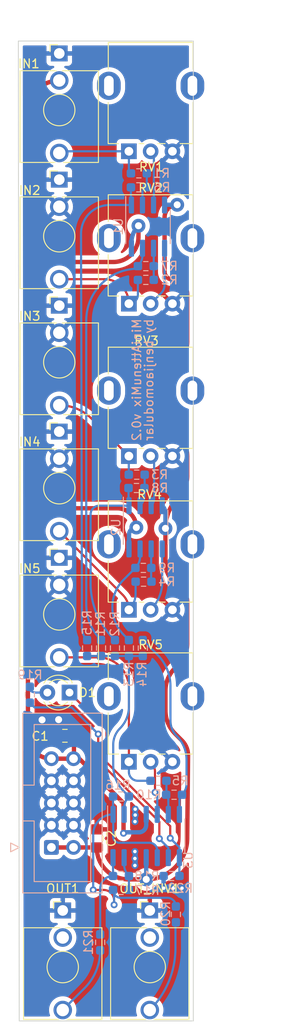
<source format=kicad_pcb>
(kicad_pcb (version 20211014) (generator pcbnew)
  (title_block (title "MiniAttenuMix") (rev "v0.2") (company "benjiaomodular"))
  (layers (0 "F.Cu" signal) (31 "B.Cu" signal) (34 "B.Paste" user) (35 "F.Paste" user) (36 "B.SilkS" user "B.Silkscreen") (37 "F.SilkS" user "F.Silkscreen") (38 "B.Mask" user) (39 "F.Mask" user) (44 "Edge.Cuts" user))
  (net 0 "")
  (net 1 "POS_12V")
  (net 2 "GND")
  (net 3 "NEG_12V")
  (net 4 "Net-(D1-Pad2)")
  (net 5 "Net-(IN1-PadT)")
  (net 6 "Net-(IN2-PadT)")
  (net 7 "Net-(IN3-PadT)")
  (net 8 "Net-(IN4-PadT)")
  (net 10 "Net-(OUT1-PadT)")
  (net 12 "Net-(OUT_INV1-PadT)")
  (net 13 "Net-(R1-Pad2)")
  (net 14 "Net-(R2-Pad2)")
  (net 15 "Net-(R3-Pad2)")
  (net 16 "Net-(R4-Pad2)")
  (net 17 "Net-(R12-Pad1)")
  (net 18 "Net-(R16-Pad2)")
  (net 19 "Net-(RV1-Pad2)")
  (net 20 "Net-(RV2-Pad2)")
  (net 21 "Net-(RV3-Pad2)")
  (net 22 "Net-(RV4-Pad2)")
  (net 23 "Net-(IN5-PadT)")
  (net 24 "Net-(R15-Pad1)")
  (net 25 "Net-(R11-Pad1)")
  (net 26 "Net-(R13-Pad1)")
  (net 27 "Net-(R11-Pad2)")
  (net 28 "Net-(R17-Pad2)")
  (net 29 "Net-(R18-Pad2)")
  (net 30 "Net-(R10-Pad1)")
  (net 31 "Net-(R10-Pad2)")
  (net 32 "Net-(RV5-Pad2)")
  (net 33 "Net-(D1-Pad1)")
  (net 34 "Net-(R19-Pad2)")
  (footprint "benjiaomodular:Potentiometer_RV09" (layer "F.Cu") (at 152.6 103.125 90)
    (fp_text reference "RV4" (at 13.2 2.375 180) (layer "F.SilkS"))
    (fp_text value "B10k")
    (pad "" thru_hole oval locked (at 7.5 7.3 180) (size 2.72 3.24) (drill oval 1.1 2.3) (layers *.Cu *.Mask))
    (pad "" thru_hole oval locked (at 7.5 -2.3 180) (size 2.72 3.24) (drill oval 1.1 2.3) (layers *.Cu *.Mask))
    (pad "1" thru_hole rect locked (at 0 0 180) (size 1.8 1.8) (drill 1) (layers *.Cu *.Mask) (net 8 "Net-(IN4-PadT)"))
    (pad "2" thru_hole circle locked (at 0 2.5 180) (size 1.8 1.8) (drill 1) (layers *.Cu *.Mask) (net 22 "Net-(RV4-Pad2)"))
    (pad "3" thru_hole circle locked (at 0 5 180) (size 1.8 1.8) (drill 1) (layers *.Cu *.Mask) (net 2 "GND"))
  )
  (footprint "benjiaomodular:AudioJack_3.5mm" (layer "F.Cu") (at 155 137.55)
    (fp_text reference "OUT_INV1" (at 0 -2.5) (layer "F.SilkS"))
    (fp_text value "PJ-3001F" hide)
    (pad "S" thru_hole rect locked (at 0 0 180) (size 1.93 1.83) (drill 1.22) (layers *.Cu *.Mask) (net 2 "GND"))
    (pad "T" thru_hole circle locked (at 0 11.4 180) (size 2.13 2.13) (drill 1.43) (layers *.Cu *.Mask) (net 12 "Net-(OUT_INV1-PadT)"))
    (pad "TN" thru_hole circle locked (at 0 3.1 180) (size 2.13 2.13) (drill 1.42) (layers *.Cu *.Mask))
  )
  (footprint "LED_THT:LED_D3.0mm" (layer "F.Cu") (at 145.775 112.6 180)
    (fp_text reference "D1" (at -2.075 0) (layer "F.SilkS"))
    (fp_text value "LED_Dual_Bidirectional" hide)
    (pad "1" thru_hole rect (at 0 0 180) (size 1.8 1.8) (drill 0.9) (layers *.Cu *.Mask) (net 33 "Net-(D1-Pad1)"))
    (pad "2" thru_hole circle (at 2.54 0 180) (size 1.8 1.8) (drill 0.9) (layers *.Cu *.Mask) (net 4 "Net-(D1-Pad2)"))
  )
  (footprint "benjiaomodular:AudioJack_3.5mm" (layer "F.Cu") (at 144.6 53.87)
    (fp_text reference "IN2" (at -3.4 1.23) (layer "F.SilkS"))
    (fp_text value "PJ-3001F" hide)
    (pad "S" thru_hole rect locked (at 0 0 180) (size 1.93 1.83) (drill 1.22) (layers *.Cu *.Mask) (net 2 "GND"))
    (pad "T" thru_hole circle locked (at 0 11.4 180) (size 2.13 2.13) (drill 1.43) (layers *.Cu *.Mask) (net 6 "Net-(IN2-PadT)"))
    (pad "TN" thru_hole circle locked (at 0 3.1 180) (size 2.13 2.13) (drill 1.42) (layers *.Cu *.Mask) (net 2 "GND"))
  )
  (footprint "Capacitor_SMD:C_0805_2012Metric_Pad1.18x1.45mm_HandSolder" (layer "F.Cu") (at 145.25 117.55 180)
    (fp_text reference "C1" (at 2.85 -0.05) (layer "F.SilkS"))
    (fp_text value "22uF")
    (pad "1" smd roundrect (at -1.0375 0 180) (size 1.175 1.45) (layers "F.Cu" "F.Paste" "F.Mask") (roundrect_rratio 0.2127659574) (net 1 "POS_12V"))
    (pad "2" smd roundrect (at 1.0375 0 180) (size 1.175 1.45) (layers "F.Cu" "F.Paste" "F.Mask") (roundrect_rratio 0.2127659574) (net 2 "GND"))
  )
  (footprint "benjiaomodular:Potentiometer_RV09" (layer "F.Cu") (at 152.6 50.625 90)
    (fp_text reference "RV1" (at -1.8 2.575 180) (layer "F.SilkS"))
    (fp_text value "B10k")
    (pad "" thru_hole oval locked (at 7.5 7.3 180) (size 2.72 3.24) (drill oval 1.1 2.3) (layers *.Cu *.Mask))
    (pad "" thru_hole oval locked (at 7.5 -2.3 180) (size 2.72 3.24) (drill oval 1.1 2.3) (layers *.Cu *.Mask))
    (pad "1" thru_hole rect locked (at 0 0 180) (size 1.8 1.8) (drill 1) (layers *.Cu *.Mask) (net 5 "Net-(IN1-PadT)"))
    (pad "2" thru_hole circle locked (at 0 2.5 180) (size 1.8 1.8) (drill 1) (layers *.Cu *.Mask) (net 19 "Net-(RV1-Pad2)"))
    (pad "3" thru_hole circle locked (at 0 5 180) (size 1.8 1.8) (drill 1) (layers *.Cu *.Mask) (net 2 "GND"))
  )
  (footprint "benjiaomodular:Potentiometer_RV09" (layer "F.Cu") (at 152.6 85.525 90)
    (fp_text reference "RV3" (at 13.2 2.025 180) (layer "F.SilkS"))
    (fp_text value "B10k")
    (pad "" thru_hole oval locked (at 7.5 7.3 180) (size 2.72 3.24) (drill oval 1.1 2.3) (layers *.Cu *.Mask))
    (pad "" thru_hole oval locked (at 7.5 -2.3 180) (size 2.72 3.24) (drill oval 1.1 2.3) (layers *.Cu *.Mask))
    (pad "1" thru_hole rect locked (at 0 0 180) (size 1.8 1.8) (drill 1) (layers *.Cu *.Mask) (net 7 "Net-(IN3-PadT)"))
    (pad "2" thru_hole circle locked (at 0 2.5 180) (size 1.8 1.8) (drill 1) (layers *.Cu *.Mask) (net 21 "Net-(RV3-Pad2)"))
    (pad "3" thru_hole circle locked (at 0 5 180) (size 1.8 1.8) (drill 1) (layers *.Cu *.Mask) (net 2 "GND"))
  )
  (footprint "Capacitor_SMD:C_0805_2012Metric_Pad1.18x1.45mm_HandSolder" (layer "F.Cu") (at 148.9 129.3 -90)
    (fp_text reference "C2" (at 0 -1.68 90) (layer "F.SilkS"))
    (fp_text value "22uF")
    (pad "1" smd roundrect (at -1.0375 0 270) (size 1.175 1.45) (layers "F.Cu" "F.Paste" "F.Mask") (roundrect_rratio 0.2127659574) (net 2 "GND"))
    (pad "2" smd roundrect (at 1.0375 0 270) (size 1.175 1.45) (layers "F.Cu" "F.Paste" "F.Mask") (roundrect_rratio 0.2127659574) (net 3 "NEG_12V"))
  )
  (footprint "benjiaomodular:Potentiometer_RV09" (layer "F.Cu") (at 152.6 68.0728 90)
    (fp_text reference "RV2" (at 13.2478 2.5 180) (layer "F.SilkS"))
    (fp_text value "B10k")
    (pad "" thru_hole oval locked (at 7.5 7.3 180) (size 2.72 3.24) (drill oval 1.1 2.3) (layers *.Cu *.Mask))
    (pad "" thru_hole oval locked (at 7.5 -2.3 180) (size 2.72 3.24) (drill oval 1.1 2.3) (layers *.Cu *.Mask))
    (pad "1" thru_hole rect locked (at 0 0 180) (size 1.8 1.8) (drill 1) (layers *.Cu *.Mask) (net 6 "Net-(IN2-PadT)"))
    (pad "2" thru_hole circle locked (at 0 2.5 180) (size 1.8 1.8) (drill 1) (layers *.Cu *.Mask) (net 20 "Net-(RV2-Pad2)"))
    (pad "3" thru_hole circle locked (at 0 5 180) (size 1.8 1.8) (drill 1) (layers *.Cu *.Mask) (net 2 "GND"))
  )
  (footprint "benjiaomodular:AudioJack_3.5mm" (layer "F.Cu") (at 145 137.55)
    (fp_text reference "OUT1" (at 0 -2.5) (layer "F.SilkS"))
    (fp_text value "PJ-3001F" hide)
    (pad "S" thru_hole rect locked (at 0 0 180) (size 1.93 1.83) (drill 1.22) (layers *.Cu *.Mask) (net 2 "GND"))
    (pad "T" thru_hole circle locked (at 0 11.4 180) (size 2.13 2.13) (drill 1.43) (layers *.Cu *.Mask) (net 10 "Net-(OUT1-PadT)"))
    (pad "TN" thru_hole circle locked (at 0 3.1 180) (size 2.13 2.13) (drill 1.42) (layers *.Cu *.Mask))
  )
  (footprint "benjiaomodular:AudioJack_3.5mm" (layer "F.Cu") (at 144.6 68.3)
    (fp_text reference "IN3" (at -3.4 1.2) (layer "F.SilkS"))
    (fp_text value "PJ-3001F" hide)
    (pad "S" thru_hole rect locked (at 0 0 180) (size 1.93 1.83) (drill 1.22) (layers *.Cu *.Mask) (net 2 "GND"))
    (pad "T" thru_hole circle locked (at 0 11.4 180) (size 2.13 2.13) (drill 1.43) (layers *.Cu *.Mask) (net 7 "Net-(IN3-PadT)"))
    (pad "TN" thru_hole circle locked (at 0 3.1 180) (size 2.13 2.13) (drill 1.42) (layers *.Cu *.Mask) (net 2 "GND"))
  )
  (footprint "benjiaomodular:AudioJack_3.5mm" (layer "F.Cu") (at 144.6 82.72)
    (fp_text reference "IN4" (at -3.4 1.18) (layer "F.SilkS"))
    (fp_text value "PJ-3001F" hide)
    (pad "S" thru_hole rect locked (at 0 0 180) (size 1.93 1.83) (drill 1.22) (layers *.Cu *.Mask) (net 2 "GND"))
    (pad "T" thru_hole circle locked (at 0 11.4 180) (size 2.13 2.13) (drill 1.43) (layers *.Cu *.Mask) (net 8 "Net-(IN4-PadT)"))
    (pad "TN" thru_hole circle locked (at 0 3.1 180) (size 2.13 2.13) (drill 1.42) (layers *.Cu *.Mask) (net 2 "GND"))
  )
  (footprint "benjiaomodular:AudioJack_3.5mm" (layer "F.Cu") (at 144.6 39.42)
    (fp_text reference "IN1" (at -3.5 1.18) (layer "F.SilkS"))
    (fp_text value "PJ-3001F" hide)
    (pad "S" thru_hole rect locked (at 0 0 180) (size 1.93 1.83) (drill 1.22) (layers *.Cu *.Mask) (net 2 "GND"))
    (pad "T" thru_hole circle locked (at 0 11.4 180) (size 2.13 2.13) (drill 1.43) (layers *.Cu *.Mask) (net 5 "Net-(IN1-PadT)"))
    (pad "TN" thru_hole circle locked (at 0 3.1 180) (size 2.13 2.13) (drill 1.42) (layers *.Cu *.Mask) (net 1 "POS_12V"))
  )
  (footprint "benjiaomodular:Potentiometer_RV09" (layer "F.Cu") (at 152.6 120.525 90)
    (fp_text reference "RV5" (at 13.4 2.5 180) (layer "F.SilkS"))
    (fp_text value "B10k")
    (pad "" thru_hole oval locked (at 7.5 7.3 180) (size 2.72 3.24) (drill oval 1.1 2.3) (layers *.Cu *.Mask))
    (pad "" thru_hole oval locked (at 7.5 -2.3 180) (size 2.72 3.24) (drill oval 1.1 2.3) (layers *.Cu *.Mask))
    (pad "1" thru_hole rect locked (at 0 0 180) (size 1.8 1.8) (drill 1) (layers *.Cu *.Mask) (net 23 "Net-(IN5-PadT)"))
    (pad "2" thru_hole circle locked (at 0 2.5 180) (size 1.8 1.8) (drill 1) (layers *.Cu *.Mask) (net 32 "Net-(RV5-Pad2)"))
    (pad "3" thru_hole circle locked (at 0 5 180) (size 1.8 1.8) (drill 1) (layers *.Cu *.Mask) (net 2 "GND"))
  )
  (footprint "benjiaomodular:AudioJack_3.5mm" (layer "F.Cu") (at 144.6 97.17)
    (fp_text reference "IN5" (at -3.4 1.23) (layer "F.SilkS"))
    (fp_text value "PJ-3001F" hide)
    (pad "S" thru_hole rect locked (at 0 0 180) (size 1.93 1.83) (drill 1.22) (layers *.Cu *.Mask) (net 2 "GND"))
    (pad "T" thru_hole circle locked (at 0 11.4 180) (size 2.13 2.13) (drill 1.43) (layers *.Cu *.Mask) (net 23 "Net-(IN5-PadT)"))
    (pad "TN" thru_hole circle locked (at 0 3.1 180) (size 2.13 2.13) (drill 1.42) (layers *.Cu *.Mask) (net 2 "GND"))
  )
  (footprint "Resistor_SMD:R_0603_1608Metric_Pad0.98x0.95mm_HandSolder" (layer "B.Cu") (at 151.69 124.5 180)
    (fp_text reference "R16" (at 0.34 1.3) (layer "B.SilkS") (effects (justify mirror)))
    (fp_text value "100k")
    (pad "1" smd roundrect (at -0.9125 0 180) (size 0.975 0.95) (layers "B.Cu" "B.Paste" "B.Mask") (net 27 "Net-(R11-Pad2)"))
    (pad "2" smd roundrect (at 0.9125 0 180) (size 0.975 0.95) (layers "B.Cu" "B.Paste" "B.Mask") (net 18 "Net-(R16-Pad2)"))
  )
  (footprint "Package_SO:SOIC-8_3.9x4.9mm_P1.27mm" (layer "B.Cu") (at 154.795 59.249076 -90)
    (fp_text reference "U1" (at 0 3.4 90) (layer "B.SilkS") (effects (justify mirror)))
    (fp_text value "TL072")
    (pad "1" smd roundrect (at -2.475 1.905 270) (size 1.95 0.6) (layers "B.Cu" "B.Paste" "B.Mask") (net 24 "Net-(R15-Pad1)"))
    (pad "2" smd roundrect (at -2.475 0.635 270) (size 1.95 0.6) (layers "B.Cu" "B.Paste" "B.Mask") (net 13 "Net-(R1-Pad2)"))
    (pad "3" smd roundrect (at -2.475 -0.635 270) (size 1.95 0.6) (layers "B.Cu" "B.Paste" "B.Mask") (net 19 "Net-(RV1-Pad2)"))
    (pad "4" smd roundrect (at -2.475 -1.905 270) (size 1.95 0.6) (layers "B.Cu" "B.Paste" "B.Mask") (net 3 "NEG_12V"))
    (pad "5" smd roundrect (at 2.475 -1.905 270) (size 1.95 0.6) (layers "B.Cu" "B.Paste" "B.Mask") (net 20 "Net-(RV2-Pad2)"))
    (pad "6" smd roundrect (at 2.475 -0.635 270) (size 1.95 0.6) (layers "B.Cu" "B.Paste" "B.Mask") (net 14 "Net-(R2-Pad2)"))
    (pad "7" smd roundrect (at 2.475 0.635 270) (size 1.95 0.6) (layers "B.Cu" "B.Paste" "B.Mask") (net 25 "Net-(R11-Pad1)"))
    (pad "8" smd roundrect (at 2.475 1.905 270) (size 1.95 0.6) (layers "B.Cu" "B.Paste" "B.Mask") (net 1 "POS_12V"))
  )
  (footprint "Resistor_SMD:R_0603_1608Metric_Pad0.98x0.95mm_HandSolder" (layer "B.Cu") (at 151.69 133.6 180)
    (fp_text reference "R18" (at -2.985 0) (layer "B.SilkS") (effects (justify mirror)))
    (fp_text value "100k")
    (pad "1" smd roundrect (at -0.9125 0 180) (size 0.975 0.95) (layers "B.Cu" "B.Paste" "B.Mask") (net 28 "Net-(R17-Pad2)"))
    (pad "2" smd roundrect (at 0.9125 0 180) (size 0.975 0.95) (layers "B.Cu" "B.Paste" "B.Mask") (net 29 "Net-(R18-Pad2)"))
  )
  (footprint "Resistor_SMD:R_0603_1608Metric_Pad0.98x0.95mm_HandSolder" (layer "B.Cu") (at 153.745 53.149076)
    (fp_text reference "R1" (at 2.6 0) (layer "B.SilkS") (effects (justify mirror)))
    (fp_text value "20k")
    (pad "1" smd roundrect (at -0.9125 0) (size 0.975 0.95) (layers "B.Cu" "B.Paste" "B.Mask") (net 5 "Net-(IN1-PadT)"))
    (pad "2" smd roundrect (at 0.9125 0) (size 0.975 0.95) (layers "B.Cu" "B.Paste" "B.Mask") (net 13 "Net-(R1-Pad2)"))
  )
  (footprint "Resistor_SMD:R_0603_1608Metric_Pad0.98x0.95mm_HandSolder" (layer "B.Cu") (at 149.4 107.5 -90)
    (fp_text reference "R11" (at -2.775 0.075 90) (layer "B.SilkS") (effects (justify mirror)))
    (fp_text value "100k")
    (pad "1" smd roundrect (at -0.9125 0 270) (size 0.975 0.95) (layers "B.Cu" "B.Paste" "B.Mask") (net 25 "Net-(R11-Pad1)"))
    (pad "2" smd roundrect (at 0.9125 0 270) (size 0.975 0.95) (layers "B.Cu" "B.Paste" "B.Mask") (net 27 "Net-(R11-Pad2)"))
  )
  (footprint "Resistor_SMD:R_0603_1608Metric_Pad0.98x0.95mm_HandSolder" (layer "B.Cu") (at 154.2599 98.3276 180)
    (fp_text reference "R9" (at -2.6875 0) (layer "B.SilkS") (effects (justify mirror)))
    (fp_text value "20k")
    (pad "1" smd roundrect (at -0.9125 0 180) (size 0.975 0.95) (layers "B.Cu" "B.Paste" "B.Mask") (net 16 "Net-(R4-Pad2)"))
    (pad "2" smd roundrect (at 0.9125 0 180) (size 0.975 0.95) (layers "B.Cu" "B.Paste" "B.Mask") (net 26 "Net-(R13-Pad1)"))
  )
  (footprint "Resistor_SMD:R_0603_1608Metric_Pad0.98x0.95mm_HandSolder" (layer "B.Cu") (at 154.2849 99.9026)
    (fp_text reference "R4" (at 2.675 0) (layer "B.SilkS") (effects (justify mirror)))
    (fp_text value "20k")
    (pad "1" smd roundrect (at -0.9125 0) (size 0.975 0.95) (layers "B.Cu" "B.Paste" "B.Mask") (net 8 "Net-(IN4-PadT)"))
    (pad "2" smd roundrect (at 0.9125 0) (size 0.975 0.95) (layers "B.Cu" "B.Paste" "B.Mask") (net 16 "Net-(R4-Pad2)"))
  )
  (footprint "Connector_IDC:IDC-Header_2x05_P2.54mm_Vertical" (layer "B.Cu") (at 143.6975 130.33)
    (fp_text reference "J1" hide)
    (fp_text value "IDC_2x05")
    (pad "1" thru_hole roundrect (at 0 0) (size 1.7 1.7) (drill 1) (layers *.Cu *.Mask) (roundrect_rratio 0.1470588235) (net 3 "NEG_12V"))
    (pad "2" thru_hole circle (at 2.54 0) (size 1.7 1.7) (drill 1) (layers *.Cu *.Mask) (net 3 "NEG_12V"))
    (pad "3" thru_hole circle (at 0 -2.54) (size 1.7 1.7) (drill 1) (layers *.Cu *.Mask) (net 2 "GND"))
    (pad "4" thru_hole circle (at 2.54 -2.54) (size 1.7 1.7) (drill 1) (layers *.Cu *.Mask) (net 2 "GND"))
    (pad "5" thru_hole circle (at 0 -5.08) (size 1.7 1.7) (drill 1) (layers *.Cu *.Mask) (net 2 "GND"))
    (pad "6" thru_hole circle (at 2.54 -5.08) (size 1.7 1.7) (drill 1) (layers *.Cu *.Mask) (net 2 "GND"))
    (pad "7" thru_hole circle (at 0 -7.62) (size 1.7 1.7) (drill 1) (layers *.Cu *.Mask) (net 2 "GND"))
    (pad "8" thru_hole circle (at 2.54 -7.62) (size 1.7 1.7) (drill 1) (layers *.Cu *.Mask) (net 2 "GND"))
    (pad "9" thru_hole circle (at 0 -10.16) (size 1.7 1.7) (drill 1) (layers *.Cu *.Mask) (net 1 "POS_12V"))
    (pad "10" thru_hole circle (at 2.54 -10.16) (size 1.7 1.7) (drill 1) (layers *.Cu *.Mask) (net 1 "POS_12V"))
  )
  (footprint "Resistor_SMD:R_0603_1608Metric_Pad0.98x0.95mm_HandSolder" (layer "B.Cu") (at 151.69 135.2)
    (fp_text reference "R17" (at 3 0.05) (layer "B.SilkS") (effects (justify mirror)))
    (fp_text value "100k")
    (pad "1" smd roundrect (at -0.9125 0) (size 0.975 0.95) (layers "B.Cu" "B.Paste" "B.Mask") (net 18 "Net-(R16-Pad2)"))
    (pad "2" smd roundrect (at 0.9125 0) (size 0.975 0.95) (layers "B.Cu" "B.Paste" "B.Mask") (net 28 "Net-(R17-Pad2)"))
  )
  (footprint "Resistor_SMD:R_0603_1608Metric_Pad0.98x0.95mm_HandSolder" (layer "B.Cu") (at 157.5 133.6 180)
    (fp_text reference "R22" (at -1.01 -1.41) (layer "B.SilkS") (effects (justify mirror)))
    (fp_text value "330")
    (pad "1" smd roundrect (at -0.9125 0 180) (size 0.975 0.95) (layers "B.Cu" "B.Paste" "B.Mask") (net 33 "Net-(D1-Pad1)"))
    (pad "2" smd roundrect (at 0.9125 0 180) (size 0.975 0.95) (layers "B.Cu" "B.Paste" "B.Mask") (net 2 "GND"))
  )
  (footprint "Resistor_SMD:R_0603_1608Metric_Pad0.98x0.95mm_HandSolder" (layer "B.Cu") (at 154.545 63.774076 180)
    (fp_text reference "R7" (at -2.7 0) (layer "B.SilkS") (effects (justify mirror)))
    (fp_text value "20k")
    (pad "1" smd roundrect (at -0.9125 0 180) (size 0.975 0.95) (layers "B.Cu" "B.Paste" "B.Mask") (net 14 "Net-(R2-Pad2)"))
    (pad "2" smd roundrect (at 0.9125 0 180) (size 0.975 0.95) (layers "B.Cu" "B.Paste" "B.Mask") (net 25 "Net-(R11-Pad1)"))
  )
  (footprint "Resistor_SMD:R_0603_1608Metric_Pad0.98x0.95mm_HandSolder" (layer "B.Cu") (at 152.6 107.5 -90)
    (fp_text reference "R13" (at 3 0 90) (layer "B.SilkS") (effects (justify mirror)))
    (fp_text value "100k")
    (pad "1" smd roundrect (at -0.9125 0 270) (size 0.975 0.95) (layers "B.Cu" "B.Paste" "B.Mask") (net 26 "Net-(R13-Pad1)"))
    (pad "2" smd roundrect (at 0.9125 0 270) (size 0.975 0.95) (layers "B.Cu" "B.Paste" "B.Mask") (net 27 "Net-(R11-Pad2)"))
  )
  (footprint "Resistor_SMD:R_0603_1608Metric_Pad0.98x0.95mm_HandSolder" (layer "B.Cu") (at 153.5 87.6526)
    (fp_text reference "R3" (at 2.625 0) (layer "B.SilkS") (effects (justify mirror)))
    (fp_text value "20k")
    (pad "1" smd roundrect (at -0.9125 0) (size 0.975 0.95) (layers "B.Cu" "B.Paste" "B.Mask") (net 7 "Net-(IN3-PadT)"))
    (pad "2" smd roundrect (at 0.9125 0) (size 0.975 0.95) (layers "B.Cu" "B.Paste" "B.Mask") (net 15 "Net-(R3-Pad2)"))
  )
  (footprint "Resistor_SMD:R_0603_1608Metric_Pad0.98x0.95mm_HandSolder" (layer "B.Cu") (at 157.79 124.3)
    (fp_text reference "R10" (at -2.89 0) (layer "B.SilkS") (effects (justify mirror)))
    (fp_text value "20k")
    (pad "1" smd roundrect (at -0.9125 0) (size 0.975 0.95) (layers "B.Cu" "B.Paste" "B.Mask") (net 30 "Net-(R10-Pad1)"))
    (pad "2" smd roundrect (at 0.9125 0) (size 0.975 0.95) (layers "B.Cu" "B.Paste" "B.Mask") (net 31 "Net-(R10-Pad2)"))
  )
  (footprint "Resistor_SMD:R_0603_1608Metric_Pad0.98x0.95mm_HandSolder" (layer "B.Cu") (at 149.3 141.2 -90)
    (fp_text reference "R21" (at 0 1.35 90) (layer "B.SilkS") (effects (justify mirror)))
    (fp_text value "1k")
    (pad "1" smd roundrect (at -0.9125 0 270) (size 0.975 0.95) (layers "B.Cu" "B.Paste" "B.Mask") (net 29 "Net-(R18-Pad2)"))
    (pad "2" smd roundrect (at 0.9125 0 270) (size 0.975 0.95) (layers "B.Cu" "B.Paste" "B.Mask") (net 10 "Net-(OUT1-PadT)"))
  )
  (footprint "Resistor_SMD:R_0603_1608Metric_Pad0.98x0.95mm_HandSolder" (layer "B.Cu") (at 153.745 54.749076 180)
    (fp_text reference "R6" (at -2.65 0) (layer "B.SilkS") (effects (justify mirror)))
    (fp_text value "20k")
    (pad "1" smd roundrect (at -0.9125 0 180) (size 0.975 0.95) (layers "B.Cu" "B.Paste" "B.Mask") (net 13 "Net-(R1-Pad2)"))
    (pad "2" smd roundrect (at 0.9125 0 180) (size 0.975 0.95) (layers "B.Cu" "B.Paste" "B.Mask") (net 24 "Net-(R15-Pad1)"))
  )
  (footprint "Resistor_SMD:R_0603_1608Metric_Pad0.98x0.95mm_HandSolder" (layer "B.Cu") (at 151 107.5 -90)
    (fp_text reference "R12" (at -2.775 0.025 90) (layer "B.SilkS") (effects (justify mirror)))
    (fp_text value "100k")
    (pad "1" smd roundrect (at -0.9125 0 270) (size 0.975 0.95) (layers "B.Cu" "B.Paste" "B.Mask") (net 17 "Net-(R12-Pad1)"))
    (pad "2" smd roundrect (at 0.9125 0 270) (size 0.975 0.95) (layers "B.Cu" "B.Paste" "B.Mask") (net 27 "Net-(R11-Pad2)"))
  )
  (footprint "Resistor_SMD:R_0603_1608Metric_Pad0.98x0.95mm_HandSolder" (layer "B.Cu") (at 153.4699 89.1776 180)
    (fp_text reference "R8" (at -2.675 0) (layer "B.SilkS") (effects (justify mirror)))
    (fp_text value "20k")
    (pad "1" smd roundrect (at -0.9125 0 180) (size 0.975 0.95) (layers "B.Cu" "B.Paste" "B.Mask") (net 15 "Net-(R3-Pad2)"))
    (pad "2" smd roundrect (at 0.9125 0 180) (size 0.975 0.95) (layers "B.Cu" "B.Paste" "B.Mask") (net 17 "Net-(R12-Pad1)"))
  )
  (footprint "Resistor_SMD:R_0603_1608Metric_Pad0.98x0.95mm_HandSolder" (layer "B.Cu") (at 154.2 107.5 -90)
    (fp_text reference "R14" (at 3 0.1 90) (layer "B.SilkS") (effects (justify mirror)))
    (fp_text value "100k")
    (pad "1" smd roundrect (at -0.9125 0 270) (size 0.975 0.95) (layers "B.Cu" "B.Paste" "B.Mask") (net 31 "Net-(R10-Pad2)"))
    (pad "2" smd roundrect (at 0.9125 0 270) (size 0.975 0.95) (layers "B.Cu" "B.Paste" "B.Mask") (net 27 "Net-(R11-Pad2)"))
  )
  (footprint "Resistor_SMD:R_0603_1608Metric_Pad0.98x0.95mm_HandSolder" (layer "B.Cu") (at 141.225 112.85 -90)
    (fp_text reference "R19" (at -2.275 0 180) (layer "B.SilkS") (effects (justify mirror)))
    (fp_text value "1k")
    (pad "1" smd roundrect (at -0.9125 0 270) (size 0.975 0.95) (layers "B.Cu" "B.Paste" "B.Mask") (net 4 "Net-(D1-Pad2)"))
    (pad "2" smd roundrect (at 0.9125 0 270) (size 0.975 0.95) (layers "B.Cu" "B.Paste" "B.Mask") (net 34 "Net-(R19-Pad2)"))
  )
  (footprint "Package_SO:SOIC-8_3.9x4.9mm_P1.27mm" (layer "B.Cu") (at 154.5199 93.6776 -90)
    (fp_text reference "U2" (at 0 3.4 90) (layer "B.SilkS") (effects (justify mirror)))
    (fp_text value "TL072")
    (pad "1" smd roundrect (at -2.475 1.905 270) (size 1.95 0.6) (layers "B.Cu" "B.Paste" "B.Mask") (net 17 "Net-(R12-Pad1)"))
    (pad "2" smd roundrect (at -2.475 0.635 270) (size 1.95 0.6) (layers "B.Cu" "B.Paste" "B.Mask") (net 15 "Net-(R3-Pad2)"))
    (pad "3" smd roundrect (at -2.475 -0.635 270) (size 1.95 0.6) (layers "B.Cu" "B.Paste" "B.Mask") (net 21 "Net-(RV3-Pad2)"))
    (pad "4" smd roundrect (at -2.475 -1.905 270) (size 1.95 0.6) (layers "B.Cu" "B.Paste" "B.Mask") (net 3 "NEG_12V"))
    (pad "5" smd roundrect (at 2.475 -1.905 270) (size 1.95 0.6) (layers "B.Cu" "B.Paste" "B.Mask") (net 22 "Net-(RV4-Pad2)"))
    (pad "6" smd roundrect (at 2.475 -0.635 270) (size 1.95 0.6) (layers "B.Cu" "B.Paste" "B.Mask") (net 16 "Net-(R4-Pad2)"))
    (pad "7" smd roundrect (at 2.475 0.635 270) (size 1.95 0.6) (layers "B.Cu" "B.Paste" "B.Mask") (net 26 "Net-(R13-Pad1)"))
    (pad "8" smd roundrect (at 2.475 1.905 270) (size 1.95 0.6) (layers "B.Cu" "B.Paste" "B.Mask") (net 1 "POS_12V"))
  )
  (footprint "Resistor_SMD:R_0603_1608Metric_Pad0.98x0.95mm_HandSolder" (layer "B.Cu") (at 158 138 -90)
    (fp_text reference "R20" (at -0.075 1.175 90) (layer "B.SilkS") (effects (justify mirror)))
    (fp_text value "1k")
    (pad "1" smd roundrect (at -0.9125 0 270) (size 0.975 0.95) (layers "B.Cu" "B.Paste" "B.Mask") (net 18 "Net-(R16-Pad2)"))
    (pad "2" smd roundrect (at 0.9125 0 270) (size 0.975 0.95) (layers "B.Cu" "B.Paste" "B.Mask") (net 12 "Net-(OUT_INV1-PadT)"))
  )
  (footprint "Package_SO:SOIC-14_3.9x8.7mm_P1.27mm" (layer "B.Cu") (at 154.59 129.025 -90)
    (fp_text reference "U3" (at 2.755 -4.84 90) (layer "B.SilkS") (effects (justify mirror)))
    (fp_text value "TL074")
    (pad "1" smd roundrect (at -2.475 3.81 270) (size 1.95 0.6) (layers "B.Cu" "B.Paste" "B.Mask") (net 18 "Net-(R16-Pad2)"))
    (pad "2" smd roundrect (at -2.475 2.54 270) (size 1.95 0.6) (layers "B.Cu" "B.Paste" "B.Mask") (net 27 "Net-(R11-Pad2)"))
    (pad "3" smd roundrect (at -2.475 1.27 270) (size 1.95 0.6) (layers "B.Cu" "B.Paste" "B.Mask") (net 2 "GND"))
    (pad "4" smd roundrect (at -2.475 0 270) (size 1.95 0.6) (layers "B.Cu" "B.Paste" "B.Mask") (net 1 "POS_12V"))
    (pad "5" smd roundrect (at -2.475 -1.27 270) (size 1.95 0.6) (layers "B.Cu" "B.Paste" "B.Mask") (net 32 "Net-(RV5-Pad2)"))
    (pad "6" smd roundrect (at -2.475 -2.54 270) (size 1.95 0.6) (layers "B.Cu" "B.Paste" "B.Mask") (net 30 "Net-(R10-Pad1)"))
    (pad "7" smd roundrect (at -2.475 -3.81 270) (size 1.95 0.6) (layers "B.Cu" "B.Paste" "B.Mask") (net 31 "Net-(R10-Pad2)"))
    (pad "8" smd roundrect (at 2.475 -3.81 270) (size 1.95 0.6) (layers "B.Cu" "B.Paste" "B.Mask") (net 33 "Net-(D1-Pad1)"))
    (pad "9" smd roundrect (at 2.475 -2.54 270) (size 1.95 0.6) (layers "B.Cu" "B.Paste" "B.Mask") (net 34 "Net-(R19-Pad2)"))
    (pad "10" smd roundrect (at 2.475 -1.27 270) (size 1.95 0.6) (layers "B.Cu" "B.Paste" "B.Mask") (net 18 "Net-(R16-Pad2)"))
    (pad "11" smd roundrect (at 2.475 0 270) (size 1.95 0.6) (layers "B.Cu" "B.Paste" "B.Mask") (net 3 "NEG_12V"))
    (pad "12" smd roundrect (at 2.475 1.27 270) (size 1.95 0.6) (layers "B.Cu" "B.Paste" "B.Mask") (net 2 "GND"))
    (pad "13" smd roundrect (at 2.475 2.54 270) (size 1.95 0.6) (layers "B.Cu" "B.Paste" "B.Mask") (net 28 "Net-(R17-Pad2)"))
    (pad "14" smd roundrect (at 2.475 3.81 270) (size 1.95 0.6) (layers "B.Cu" "B.Paste" "B.Mask") (net 29 "Net-(R18-Pad2)"))
  )
  (footprint "Resistor_SMD:R_0603_1608Metric_Pad0.98x0.95mm_HandSolder" (layer "B.Cu") (at 147.8 107.5 -90)
    (fp_text reference "R15" (at -2.9 0 90) (layer "B.SilkS") (effects (justify mirror)))
    (fp_text value "100k")
    (pad "1" smd roundrect (at -0.9125 0 270) (size 0.975 0.95) (layers "B.Cu" "B.Paste" "B.Mask") (net 24 "Net-(R15-Pad1)"))
    (pad "2" smd roundrect (at 0.9125 0 270) (size 0.975 0.95) (layers "B.Cu" "B.Paste" "B.Mask") (net 27 "Net-(R11-Pad2)"))
  )
  (footprint "Resistor_SMD:R_0603_1608Metric_Pad0.98x0.95mm_HandSolder" (layer "B.Cu") (at 154.545 65.349076)
    (fp_text reference "R2" (at 2.7 0) (layer "B.SilkS") (effects (justify mirror)))
    (fp_text value "20k")
    (pad "1" smd roundrect (at -0.9125 0) (size 0.975 0.95) (layers "B.Cu" "B.Paste" "B.Mask") (net 6 "Net-(IN2-PadT)"))
    (pad "2" smd roundrect (at 0.9125 0) (size 0.975 0.95) (layers "B.Cu" "B.Paste" "B.Mask") (net 14 "Net-(R2-Pad2)"))
  )
  (footprint "Resistor_SMD:R_0603_1608Metric_Pad0.98x0.95mm_HandSolder" (layer "B.Cu") (at 156 122.7)
    (fp_text reference "R5" (at 2.5 0) (layer "B.SilkS") (effects (justify mirror)))
    (fp_text value "20k")
    (pad "1" smd roundrect (at -0.9125 0) (size 0.975 0.95) (layers "B.Cu" "B.Paste" "B.Mask") (net 23 "Net-(IN5-PadT)"))
    (pad "2" smd roundrect (at 0.9125 0) (size 0.975 0.95) (layers "B.Cu" "B.Paste" "B.Mask") (net 30 "Net-(R10-Pad1)"))
  )
  (gr_line (start 139.9 38) (end 140 150.2) (layer "Edge.Cuts") (width 0.1))
  (gr_line (start 160 150.2) (end 160 38) (layer "Edge.Cuts") (width 0.1))
  (gr_line (start 140 150.2) (end 160 150.2) (layer "Edge.Cuts") (width 0.1))
  (gr_line (start 139.9 38) (end 160 38) (layer "Edge.Cuts") (width 0.1))
  (gr_text "MiniAttenuMix v0.2" (at 153.5 76.8 90) (layer "B.SilkS") (effects (font (size 1 1)) (justify mirror)))
  (gr_text "by benjiaomodular" (at 154.9 76.8 90) (layer "B.SilkS") (effects (font (size 1 1)) (justify mirror)))
  (segment (start 146.895639 120.17) (end 151.983069 125.25743) (width 0.5) (layer "F.Cu") (net 1))
  (segment (start 143.6 63.3) (end 150.816791 63.3) (width 0.5) (layer "F.Cu") (net 1))
  (segment (start 141 117.4725) (end 141 95.45) (width 0.5) (layer "F.Cu") (net 1))
  (segment (start 153.7 60.416791) (end 153.7 59.15) (width 0.5) (layer "F.Cu") (net 1))
  (segment (start 141 93.5) (end 141 94.4) (width 0.5) (layer "F.Cu") (net 1))
  (segment (start 146.2375 120.17) (end 146.895639 120.17) (width 0.5) (layer "F.Cu") (net 1))
  (segment (start 151.983069 125.25743) (end 151.983069 128.706931) (width 0.5) (layer "F.Cu") (net 1))
  (segment (start 141 95.45) (end 141 46.12) (width 0.5) (layer "F.Cu") (net 1))
  (segment (start 151.2549 91.5) (end 143 91.5) (width 0.5) (layer "F.Cu") (net 1))
  (segment (start 141 95.45) (end 141 94.4) (width 0.5) (layer "F.Cu") (net 1))
  (segment (start 146.2875 117.55) (end 146.2875 120.12) (width 0.5) (layer "F.Cu") (net 1))
  (segment (start 143.6975 120.17) (end 146.2375 120.17) (width 0.5) (layer "F.Cu") (net 1))
  (segment (start 141 65.5) (end 141 46.12) (width 0.5) (layer "F.Cu") (net 1))
  (segment (start 141 94.4) (end 141 66) (width 0.5) (layer "F.Cu") (net 1))
  (segment (start 141 66) (end 141 65.5) (width 0.5) (layer "F.Cu") (net 1))
  (segment (start 141 66) (end 141 65.9) (width 0.5) (layer "F.Cu") (net 1))
  (via (at 153.4549 93.7) (size 1.6) (drill 0.8) (layers "F.Cu" "B.Cu") (net 1))
  (via (at 153.7 59.15) (size 1.6) (drill 0.8) (layers "F.Cu" "B.Cu") (net 1))
  (via (at 151.983069 128.706931) (size 0.8) (drill 0.4) (layers "F.Cu" "B.Cu") (net 1))
  (arc (start 146.2875 120.12) (mid 146.272855 120.155355) (end 146.2375 120.17) (width 0.5) (layer "F.Cu") (net 1))
  (arc (start 143 91.5) (mid 141.585786 92.085786) (end 141 93.5) (width 0.5) (layer "F.Cu") (net 1))
  (arc (start 141 46.12) (mid 142.054416 43.574416) (end 144.6 42.52) (width 0.5) (layer "F.Cu") (net 1))
  (arc (start 153.4549 93.7) (mid 152.810535 92.144365) (end 151.2549 91.5) (width 0.5) (layer "F.Cu") (net 1))
  (arc (start 143.6975 120.17) (mid 141.790079 119.379921) (end 141 117.4725) (width 0.5) (layer "F.Cu") (net 1))
  (arc (start 141 65.9) (mid 141.761522 64.061522) (end 143.6 63.3) (width 0.5) (layer "F.Cu") (net 1))
  (arc (start 150.816791 63.3) (mid 152.855528 62.455528) (end 153.7 60.416791) (width 0.5) (layer "F.Cu") (net 1))
  (segment (start 152.6149 94.54) (end 152.6149 96.1526) (width 0.5) (layer "B.Cu") (net 1))
  (segment (start 152.091433 128.598567) (end 151.983069 128.706931) (width 0.5) (layer "B.Cu") (net 1))
  (segment (start 153.828084 128.598567) (end 152.091433 128.598567) (width 0.5) (layer "B.Cu") (net 1))
  (segment (start 154.59 126.55) (end 154.59 127.755) (width 0.5) (layer "B.Cu") (net 1))
  (segment (start 152.89 61.105512) (end 152.89 61.724076) (width 0.5) (layer "B.Cu") (net 1))
  (arc (start 154.59 127.755) (mid 154.371104 128.322467) (end 153.828084 128.598567) (width 0.5) (layer "B.Cu") (net 1))
  (arc (start 153.7 59.15) (mid 153.100512 60.047196) (end 152.89 61.105512) (width 0.5) (layer "B.Cu") (net 1))
  (arc (start 153.4549 93.7) (mid 152.86093 93.94603) (end 152.6149 94.54) (width 0.5) (layer "B.Cu") (net 1))
  (via (at 153.325 125.95) (size 0.8) (drill 0.4) (layers "F.Cu" "B.Cu") (net 2))
  (via (at 153.3 127.375) (size 0.8) (drill 0.4) (layers "F.Cu" "B.Cu") (net 2))
  (via (at 142.625 115.725) (size 1.6) (drill 0.8) (layers "F.Cu" "B.Cu") (net 2))
  (via (at 153.29 130.8) (size 0.8) (drill 0.4) (layers "F.Cu" "B.Cu") (net 2))
  (via (at 144.525 115.7) (size 1.6) (drill 0.8) (layers "F.Cu" "B.Cu") (net 2))
  (via (at 158.7 135) (size 0.8) (drill 0.4) (layers "F.Cu" "B.Cu") (net 2))
  (via (at 153.29 132.4) (size 0.8) (drill 0.4) (layers "F.Cu" "B.Cu") (net 2))
  (via (at 157.7 135) (size 0.8) (drill 0.4) (layers "F.Cu" "B.Cu") (net 2))
  (via (at 156.6 135) (size 0.8) (drill 0.4) (layers "F.Cu" "B.Cu") (net 2))
  (via (at 153.325 126.625) (size 0.8) (drill 0.4) (layers "F.Cu" "B.Cu") (net 2))
  (via (at 153.29 131.6) (size 0.8) (drill 0.4) (layers "F.Cu" "B.Cu") (net 2))
  (segment (start 159.3 67) (end 159.3 72.402944) (width 0.5) (layer "F.Cu") (net 3))
  (segment (start 156.7 58.195584) (end 156.7 64.4) (width 0.5) (layer "F.Cu") (net 3))
  (segment (start 159.3 85.597056) (end 159.3 87.785787) (width 0.5) (layer "F.Cu") (net 3))
  (segment (start 158.310051 109.38995) (end 158.2 109.5) (width 0.5) (layer "F.Cu") (net 3))
  (segment (start 148.9 130.3375) (end 143.705 130.3375) (width 0.5) (layer "F.Cu") (net 3))
  (segment (start 157.9 117.3) (end 158.692893 118.092893) (width 0.5) (layer "F.Cu") (net 3))
  (segment (start 152.5525 133.99) (end 154.59 133.99) (width 0.5) (layer "F.Cu") (net 3))
  (segment (start 159.4 119.8) (end 159.3 129.28) (width 0.5) (layer "F.Cu") (net 3))
  (segment (start 157.2 77.472792) (end 157.2 80.527208) (width 0.5) (layer "F.Cu") (net 3))
  (segment (start 156.8 93.82132) (end 156.8 97.7) (width 0.5) (layer "F.Cu") (net 3))
  (segment (start 158.2 109.5) (end 157.860661 109.839339) (width 0.5) (layer "F.Cu") (net 3))
  (segment (start 156.8 112.4) (end 156.8 114.644366) (width 0.5) (layer "F.Cu") (net 3))
  (segment (start 157.719239 99.919239) (end 158.805025 101.005026) (width 0.5) (layer "F.Cu") (net 3))
  (segment (start 159.3 102.2) (end 159.3 107) (width 0.5) (layer "F.Cu") (net 3))
  (via (at 158.147792 56.747792) (size 1.6) (drill 0.8) (layers "F.Cu" "B.Cu") (net 3))
  (via (at 154.59 133.99) (size 1.6) (drill 0.8) (layers "F.Cu" "B.Cu") (net 3))
  (via (at 156.8 93.8) (size 1.6) (drill 0.8) (layers "F.Cu" "B.Cu") (net 3))
  (arc (start 158.1 82.7) (mid 158.98813 84.029181) (end 159.3 85.597056) (width 0.5) (layer "F.Cu") (net 3))
  (arc (start 158.1 75.3) (mid 157.433902 76.296885) (end 157.2 77.472792) (width 0.5) (layer "F.Cu") (net 3))
  (arc (start 159.3 87.785787) (mid 159.040108 89.09235) (end 158.3 90.2) (width 0.5) (layer "F.Cu") (net 3))
  (arc (start 159.3 129.28) (mid 157.920473 132.610473) (end 154.59 133.99) (width 0.5) (layer "F.Cu") (net 3))
  (arc (start 159.3 107) (mid 159.042721 108.293431) (end 158.310051 109.38995) (width 0.5) (layer "F.Cu") (net 3))
  (arc (start 157.2 80.527208) (mid 157.433903 81.703114) (end 158.1 82.7) (width 0.5) (layer "F.Cu") (net 3))
  (arc (start 156.7 64.4) (mid 156.963604 65.036396) (end 157.6 65.3) (width 0.5) (layer "F.Cu") (net 3))
  (arc (start 148.9 130.3375) (mid 149.969792 132.920208) (end 152.5525 133.99) (width 0.5) (layer "F.Cu") (net 3))
  (arc (start 158.147792 56.747792) (mid 157.124048 57.17184) (end 156.7 58.195584) (width 0.5) (layer "F.Cu") (net 3))
  (arc (start 158.3 90.2) (mid 157.189837 91.861475) (end 156.8 93.82132) (width 0.5) (layer "F.Cu") (net 3))
  (arc (start 157.6 65.3) (mid 158.802082 65.797918) (end 159.3 67) (width 0.5) (layer "F.Cu") (net 3))
  (arc (start 156.8 114.644366) (mid 157.085881 116.081585) (end 157.9 117.3) (width 0.5) (layer "F.Cu") (net 3))
  (arc (start 158.805025 101.005026) (mid 159.17136 101.553285) (end 159.3 102.2) (width 0.5) (layer "F.Cu") (net 3))
  (arc (start 143.705 130.3375) (mid 143.699697 130.335303) (end 143.6975 130.33) (width 0.5) (layer "F.Cu") (net 3))
  (arc (start 159.3 72.402944) (mid 158.98813 73.970819) (end 158.1 75.3) (width 0.5) (layer "F.Cu") (net 3))
  (arc (start 157.860661 109.839339) (mid 157.075657 111.01418) (end 156.8 112.4) (width 0.5) (layer "F.Cu") (net 3))
  (arc (start 158.692893 118.092893) (mid 159.216229 118.87612) (end 159.4 119.8) (width 0.5) (layer "F.Cu") (net 3))
  (arc (start 156.8 97.7) (mid 157.038902 98.901044) (end 157.719239 99.919239) (width 0.5) (layer "F.Cu") (net 3))
  (segment (start 156.8 93.8) (end 156.8 92.108171) (width 0.5) (layer "B.Cu") (net 3))
  (segment (start 154.59 131.5) (end 154.59 133.99) (width 0.5) (layer "B.Cu") (net 3))
  (segment (start 158.147792 56.747792) (end 156.726284 56.747792) (width 0.5) (layer "B.Cu") (net 3))
  (arc (start 156.8 92.108171) (mid 156.702515 91.618079) (end 156.4249 91.2026) (width 0.5) (layer "B.Cu") (net 3))
  (arc (start 156.725 56.749076) (mid 156.707322 56.756398) (end 156.7 56.774076) (width 0.5) (layer "B.Cu") (net 3))
  (arc (start 156.726284 56.747792) (mid 156.707698 56.75549) (end 156.7 56.774076) (width 0.5) (layer "B.Cu") (net 3))
  (segment (start 143.235 112.6) (end 141.919086 112.6) (width 0.25) (layer "B.Cu") (net 4))
  (arc (start 141.919086 112.6) (mid 141.543449 112.525281) (end 141.225 112.3125) (width 0.25) (layer "B.Cu") (net 4))
  (segment (start 152.6 50.625) (end 152.6 52.916576) (width 0.25) (layer "B.Cu") (net 5))
  (segment (start 145.070771 50.625) (end 152.6 50.625) (width 0.25) (layer "B.Cu") (net 5))
  (arc (start 144.6 50.82) (mid 144.815991 50.675679) (end 145.070771 50.625) (width 0.25) (layer "B.Cu") (net 5))
  (arc (start 152.6 52.916576) (mid 152.668098 53.080978) (end 152.8325 53.149076) (width 0.25) (layer "B.Cu") (net 5))
  (segment (start 149.7972 65.27) (end 144.6 65.27) (width 0.25) (layer "F.Cu") (net 6))
  (arc (start 152.6 68.0728) (mid 151.779079 66.090921) (end 149.7972 65.27) (width 0.25) (layer "F.Cu") (net 6))
  (segment (start 153.6325 65.349076) (end 153.6325 67.0403) (width 0.25) (layer "B.Cu") (net 6))
  (arc (start 153.6325 67.0403) (mid 153.330088 67.770388) (end 152.6 68.0728) (width 0.25) (layer "B.Cu") (net 6))
  (segment (start 148.312957 81.237957) (end 152.6 85.525) (width 0.25) (layer "F.Cu") (net 7))
  (arc (start 144.6 79.7) (mid 146.609438 80.099702) (end 148.312957 81.237957) (width 0.25) (layer "F.Cu") (net 7))
  (segment (start 152.5875 87.6526) (end 152.5875 85.555177) (width 0.25) (layer "B.Cu") (net 7))
  (arc (start 152.5875 85.555177) (mid 152.590749 85.538846) (end 152.6 85.525) (width 0.25) (layer "B.Cu") (net 7))
  (segment (start 151.889358 101.409357) (end 144.6 94.12) (width 0.25) (layer "F.Cu") (net 8))
  (arc (start 152.6 103.125) (mid 152.41531 102.196501) (end 151.889358 101.409357) (width 0.25) (layer "F.Cu") (net 8))
  (segment (start 153.3724 99.9026) (end 153.3724 101.260262) (width 0.25) (layer "B.Cu") (net 8))
  (arc (start 153.3724 101.260262) (mid 153.171659 102.269451) (end 152.6 103.125) (width 0.25) (layer "B.Cu") (net 8))
  (segment (start 147.514555 146.435444) (end 145 148.95) (width 0.25) (layer "B.Cu") (net 10))
  (arc (start 149.3 142.125) (mid 148.835978 144.457796) (end 147.514555 146.435444) (width 0.25) (layer "B.Cu") (net 10))
  (segment (start 157.95 139.1125) (end 157.95 141.82807) (width 0.25) (layer "B.Cu") (net 12))
  (arc (start 157.95 141.82807) (mid 157.18332 145.682431) (end 155 148.95) (width 0.25) (layer "B.Cu") (net 12))
  (segment (start 154.16 55.246576) (end 154.16 56.774076) (width 0.25) (layer "B.Cu") (net 13))
  (segment (start 154.6575 54.749076) (end 154.6575 53.149076) (width 0.25) (layer "B.Cu") (net 13))
  (arc (start 154.6575 54.749076) (mid 154.305714 54.89479) (end 154.16 55.246576) (width 0.25) (layer "B.Cu") (net 13))
  (segment (start 155.4575 65.349076) (end 155.4575 61.790466) (width 0.25) (layer "B.Cu") (net 14))
  (arc (start 155.4575 61.790466) (mid 155.450353 61.754536) (end 155.43 61.724076) (width 0.25) (layer "B.Cu") (net 14))
  (segment (start 154.4125 87.6526) (end 154.4125 89.104933) (width 0.25) (layer "B.Cu") (net 15))
  (segment (start 154.3824 89.1776) (end 154.3824 90.001529) (width 0.25) (layer "B.Cu") (net 15))
  (arc (start 154.4125 89.104933) (mid 154.404677 89.14426) (end 154.3824 89.1776) (width 0.25) (layer "B.Cu") (net 15))
  (arc (start 154.3824 90.001529) (mid 154.253104 90.651544) (end 153.8849 91.2026) (width 0.25) (layer "B.Cu") (net 15))
  (segment (start 155.1549 96.1526) (end 155.1549 99.799996) (width 0.25) (layer "B.Cu") (net 16))
  (arc (start 155.1549 99.799996) (mid 155.165946 99.855524) (end 155.1974 99.9026) (width 0.25) (layer "B.Cu") (net 16))
  (segment (start 151 106.5) (end 151 106.5875) (width 0.25) (layer "B.Cu") (net 17))
  (segment (start 148.2 92.2) (end 148.2 100.1147) (width 0.25) (layer "B.Cu") (net 17))
  (segment (start 152.5574 89.1776) (end 152.5574 91.063783) (width 0.25) (layer "B.Cu") (net 17))
  (segment (start 152.6149 91.2026) (end 149.1974 91.2026) (width 0.25) (layer "B.Cu") (net 17))
  (segment (start 150.797063 106.384563) (end 151 106.5875) (width 0.25) (layer "B.Cu") (net 17))
  (arc (start 148.2 100.1147) (mid 148.874955 103.507925) (end 150.797063 106.384563) (width 0.25) (layer "B.Cu") (net 17))
  (arc (start 149.1974 91.2026) (mid 148.492132 91.494732) (end 148.2 92.2) (width 0.25) (layer "B.Cu") (net 17))
  (arc (start 152.5574 91.063783) (mid 152.572344 91.13891) (end 152.6149 91.2026) (width 0.25) (layer "B.Cu") (net 17))
  (segment (start 150.9 136.4) (end 150.9 136.9) (width 0.25) (layer "F.Cu") (net 18))
  (segment (start 148.5 135.2) (end 149.7 135.2) (width 0.25) (layer "F.Cu") (net 18))
  (via (at 150.9 136.9) (size 0.8) (drill 0.4) (layers "F.Cu" "B.Cu") (net 18))
  (via (at 148.5 135.2) (size 0.8) (drill 0.4) (layers "F.Cu" "B.Cu") (net 18))
  (arc (start 149.7 135.2) (mid 150.548528 135.551472) (end 150.9 136.4) (width 0.25) (layer "F.Cu") (net 18))
  (segment (start 150.7775 124.5) (end 150.7775 126.543965) (width 0.25) (layer "B.Cu") (net 18))
  (segment (start 151.6775 136.1) (end 157.0125 136.1) (width 0.25) (layer "B.Cu") (net 18))
  (segment (start 150.8 129.1) (end 150.8 126.57) (width 0.25) (layer "B.Cu") (net 18))
  (segment (start 148.5 135.2) (end 148.5 128.83) (width 0.25) (layer "B.Cu") (net 18))
  (segment (start 150.9 136.9) (end 150.9 135.3225) (width 0.25) (layer "B.Cu") (net 18))
  (segment (start 154.961016 129.8) (end 151.5 129.8) (width 0.25) (layer "B.Cu") (net 18))
  (segment (start 155.86 131.5) (end 155.86 130.698984) (width 0.25) (layer "B.Cu") (net 18))
  (arc (start 150.7775 135.2) (mid 151.041104 135.836396) (end 151.6775 136.1) (width 0.25) (layer "B.Cu") (net 18))
  (arc (start 151.5 129.8) (mid 151.005025 129.594975) (end 150.8 129.1) (width 0.25) (layer "B.Cu") (net 18))
  (arc (start 150.9 135.3225) (mid 150.864121 135.235879) (end 150.7775 135.2) (width 0.25) (layer "B.Cu") (net 18))
  (arc (start 150.8 126.57) (mid 150.794142 126.555858) (end 150.78 126.55) (width 0.25) (layer "B.Cu") (net 18))
  (arc (start 155.86 130.698984) (mid 155.596694 130.063306) (end 154.961016 129.8) (width 0.25) (layer "B.Cu") (net 18))
  (arc (start 150.7775 126.543965) (mid 150.77815 126.547231) (end 150.78 126.55) (width 0.25) (layer "B.Cu") (net 18))
  (arc (start 148.5 128.83) (mid 149.167797 127.217797) (end 150.78 126.55) (width 0.25) (layer "B.Cu") (net 18))
  (arc (start 157.0125 136.1) (mid 157.710768 136.389232) (end 158 137.0875) (width 0.25) (layer "B.Cu") (net 18))
  (segment (start 155.1 50.625) (end 155.47 50.995) (width 0.25) (layer "B.Cu") (net 19))
  (segment (start 155.47 50.995) (end 155.47 56.734076) (width 0.25) (layer "B.Cu") (net 19))
  (arc (start 155.47 56.734076) (mid 155.458284 56.76236) (end 155.43 56.774076) (width 0.25) (layer "B.Cu") (net 19))
  (segment (start 156.7 61.724076) (end 156.7 65.9) (width 0.25) (layer "B.Cu") (net 20))
  (segment (start 156.294969 66.877831) (end 155.1 68.0728) (width 0.25) (layer "B.Cu") (net 20))
  (arc (start 156.7 65.9) (mid 156.594736 66.429198) (end 156.294969 66.877831) (width 0.25) (layer "B.Cu") (net 20))
  (segment (start 155.5 86.490685) (end 155.5 90.369455) (width 0.25) (layer "B.Cu") (net 21))
  (arc (start 155.1 85.525) (mid 155.396043 85.96806) (end 155.5 86.490685) (width 0.25) (layer "B.Cu") (net 21))
  (arc (start 155.5 90.369455) (mid 155.410311 90.82035) (end 155.1549 91.2026) (width 0.25) (layer "B.Cu") (net 21))
  (segment (start 156.4249 96.1526) (end 156.4249 99.926409) (width 0.25) (layer "B.Cu") (net 22))
  (arc (start 156.4249 99.926409) (mid 156.080569 101.657474) (end 155.1 103.125) (width 0.25) (layer "B.Cu") (net 22))
  (segment (start 144.6 108.57) (end 149.063215 108.57) (width 0.25) (layer "F.Cu") (net 23))
  (segment (start 152.6 112.106785) (end 152.6 120.525) (width 0.25) (layer "F.Cu") (net 23))
  (arc (start 149.063215 108.57) (mid 151.5641 109.6059) (end 152.6 112.106785) (width 0.25) (layer "F.Cu") (net 23))
  (segment (start 152.6 120.525) (end 152.6 121.675) (width 0.25) (layer "B.Cu") (net 23))
  (segment (start 153.625 122.7) (end 155.0875 122.7) (width 0.25) (layer "B.Cu") (net 23))
  (arc (start 152.6 121.675) (mid 152.900216 122.399784) (end 153.625 122.7) (width 0.25) (layer "B.Cu") (net 23))
  (segment (start 147.2 101.7) (end 147.2 105.138972) (width 0.25) (layer "B.Cu") (net 24))
  (segment (start 152.8325 54.749076) (end 152.8325 56.716576) (width 0.25) (layer "B.Cu") (net 24))
  (segment (start 147.1 60.064084) (end 147.2 101.7) (width 0.25) (layer "B.Cu") (net 24))
  (segment (start 152.89 56.774076) (end 150.390008 56.774076) (width 0.25) (layer "B.Cu") (net 24))
  (arc (start 152.8325 56.716576) (mid 152.849341 56.757235) (end 152.89 56.774076) (width 0.25) (layer "B.Cu") (net 24))
  (arc (start 147.2 105.138972) (mid 147.355935 105.922909) (end 147.8 106.5875) (width 0.25) (layer "B.Cu") (net 24))
  (arc (start 150.390008 56.774076) (mid 150.390002 56.774078) (end 150.39 56.774084) (width 0.25) (layer "B.Cu") (net 24))
  (arc (start 150.39 56.774084) (mid 148.063619 57.737703) (end 147.1 60.064084) (width 0.25) (layer "B.Cu") (net 24))
  (segment (start 147.7 69.998581) (end 147.7 102.483301) (width 0.25) (layer "B.Cu") (net 25))
  (segment (start 153.6325 63.774076) (end 153.629194 64.069387) (width 0.25) (layer "B.Cu") (net 25))
  (segment (start 154.16 61.724076) (end 154.16 62.500579) (width 0.25) (layer "B.Cu") (net 25))
  (arc (start 147.7 102.483301) (mid 148.141822 104.704491) (end 149.4 106.5875) (width 0.25) (layer "B.Cu") (net 25))
  (arc (start 154.16 62.500579) (mid 154.022907 63.189791) (end 153.6325 63.774076) (width 0.25) (layer "B.Cu") (net 25))
  (arc (start 153.629194 64.069387) (mid 149.436621 65.806008) (end 147.7 69.998581) (width 0.25) (layer "B.Cu") (net 25))
  (segment (start 153.8849 96.1526) (end 153.8849 97.029961) (width 0.25) (layer "B.Cu") (net 26))
  (segment (start 152.6 106.5875) (end 152.034665 106.022165) (width 0.25) (layer "B.Cu") (net 26))
  (segment (start 151.99047 99.68453) (end 153.3474 98.3276) (width 0.25) (layer "B.Cu") (net 26))
  (arc (start 150.7 102.8) (mid 151.035382 101.11392) (end 151.99047 99.68453) (width 0.25) (layer "B.Cu") (net 26))
  (arc (start 153.8849 97.029961) (mid 153.745208 97.732238) (end 153.3474 98.3276) (width 0.25) (layer "B.Cu") (net 26))
  (arc (start 152.034665 106.022165) (mid 151.046868 104.543823) (end 150.7 102.8) (width 0.25) (layer "B.Cu") (net 26))
  (segment (start 147.8 108.4125) (end 154.2 108.4125) (width 0.25) (layer "B.Cu") (net 27))
  (segment (start 152.05 125.833852) (end 152.05 126.55) (width 0.25) (layer "B.Cu") (net 27))
  (segment (start 152.035669 123.933169) (end 152.6025 124.5) (width 0.25) (layer "B.Cu") (net 27))
  (segment (start 150.8 118.571015) (end 150.8 120.95) (width 0.25) (layer "B.Cu") (net 27))
  (segment (start 152.6 108.4125) (end 152.6 114.225432) (width 0.25) (layer "B.Cu") (net 27))
  (arc (start 152.6025 124.5) (mid 152.19359 125.111976) (end 152.05 125.833852) (width 0.25) (layer "B.Cu") (net 27))
  (arc (start 152.6 114.225432) (mid 152.333611 115.564659) (end 151.575 116.7) (width 0.25) (layer "B.Cu") (net 27))
  (arc (start 151.575 116.7) (mid 151.001416 117.558429) (end 150.8 118.571015) (width 0.25) (layer "B.Cu") (net 27))
  (arc (start 150.8 120.95) (mid 151.12114 122.564479) (end 152.035669 123.933169) (width 0.25) (layer "B.Cu") (net 27))
  (segment (start 152.6025 135.2) (end 152.6025 133.6) (width 0.25) (layer "B.Cu") (net 28))
  (segment (start 152.05 131.5) (end 152.05 132.266148) (width 0.25) (layer "B.Cu") (net 28))
  (arc (start 152.05 132.266148) (mid 152.19359 132.988023) (end 152.6025 133.6) (width 0.25) (layer "B.Cu") (net 28))
  (segment (start 149.3 140.2875) (end 149.3 135.0775) (width 0.25) (layer "B.Cu") (net 29))
  (segment (start 150.78 131.5) (end 150.78 133.593965) (width 0.25) (layer "B.Cu") (net 29))
  (arc (start 150.78 133.593965) (mid 150.77935 133.597231) (end 150.7775 133.6) (width 0.25) (layer "B.Cu") (net 29))
  (arc (start 149.3 135.0775) (mid 149.73275 134.03275) (end 150.7775 133.6) (width 0.25) (layer "B.Cu") (net 29))
  (segment (start 156.9125 122.7) (end 156.9125 124.265) (width 0.25) (layer "B.Cu") (net 30))
  (segment (start 157.13 124.909588) (end 157.13 126.55) (width 0.25) (layer "B.Cu") (net 30))
  (arc (start 156.8775 124.3) (mid 157.064377 124.579681) (end 157.13 124.909588) (width 0.25) (layer "B.Cu") (net 30))
  (arc (start 156.9125 124.265) (mid 156.902249 124.289749) (end 156.8775 124.3) (width 0.25) (layer "B.Cu") (net 30))
  (segment (start 159.225 120.29099) (end 159.225 123.038574) (width 0.25) (layer "B.Cu") (net 31))
  (segment (start 157.375 111.872871) (end 157.375 115.824696) (width 0.25) (layer "B.Cu") (net 31))
  (segment (start 158.4 125.030299) (end 158.4 126.55) (width 0.25) (layer "B.Cu") (net 31))
  (segment (start 154.2 106.5875) (end 155.882743 108.270243) (width 0.25) (layer "B.Cu") (net 31))
  (arc (start 157.375 115.824696) (mid 157.563422 116.771953) (end 158.1 117.575) (width 0.25) (layer "B.Cu") (net 31))
  (arc (start 158.1 117.575) (mid 158.932622 118.821107) (end 159.225 120.29099) (width 0.25) (layer "B.Cu") (net 31))
  (arc (start 159.225 123.038574) (mid 159.089206 123.721253) (end 158.7025 124.3) (width 0.25) (layer "B.Cu") (net 31))
  (arc (start 158.7025 124.3) (mid 158.478617 124.635064) (end 158.4 125.030299) (width 0.25) (layer "B.Cu") (net 31))
  (arc (start 155.882743 108.270243) (mid 156.987175 109.923143) (end 157.375 111.872871) (width 0.25) (layer "B.Cu") (net 31))
  (segment (start 155.597709 121.597934) (end 155.597709 124.023709) (width 0.25) (layer "F.Cu") (net 32))
  (segment (start 155.597709 124.023709) (end 155.6 124.026) (width 0.25) (layer "F.Cu") (net 32))
  (via (at 155.6 124.026) (size 0.8) (drill 0.4) (layers "F.Cu" "B.Cu") (net 32))
  (arc (start 155.1 120.525) (mid 155.44319 121.01741) (end 155.597709 121.597934) (width 0.25) (layer "F.Cu") (net 32))
  (segment (start 155.86 124.286) (end 155.6 124.026) (width 0.25) (layer "B.Cu") (net 32))
  (segment (start 155.86 126.55) (end 155.86 124.286) (width 0.25) (layer "B.Cu") (net 32))
  (segment (start 150.025 120.575) (end 157.35 127.9) (width 0.25) (layer "F.Cu") (net 33))
  (segment (start 145.775 112.6) (end 150.025 116.85) (width 0.25) (layer "F.Cu") (net 33))
  (segment (start 157.35 127.9) (end 157.35 129.275) (width 0.25) (layer "F.Cu") (net 33))
  (segment (start 150.025 116.85) (end 150.025 120.575) (width 0.25) (layer "F.Cu") (net 33))
  (via (at 157.35 129.275) (size 0.8) (drill 0.4) (layers "F.Cu" "B.Cu") (net 33))
  (segment (start 158.4 131.5) (end 158.4 133.5875) (width 0.25) (layer "B.Cu") (net 33))
  (segment (start 158.4 131.5) (end 158.4 130.325) (width 0.25) (layer "B.Cu") (net 33))
  (segment (start 158.4 130.325) (end 157.35 129.275) (width 0.25) (layer "B.Cu") (net 33))
  (arc (start 158.4 133.5875) (mid 158.403661 133.596339) (end 158.4125 133.6) (width 0.25) (layer "B.Cu") (net 33))
  (segment (start 156.1 127.4) (end 149.075 120.375) (width 0.25) (layer "F.Cu") (net 34))
  (segment (start 156.1 129.325) (end 156.1 127.4) (width 0.25) (layer "F.Cu") (net 34))
  (segment (start 149.075 120.375) (end 149.075 117.35) (width 0.25) (layer "F.Cu") (net 34))
  (via (at 149.075 117.35) (size 0.8) (drill 0.4) (layers "F.Cu" "B.Cu") (net 34))
  (via (at 156.1 129.325) (size 0.8) (drill 0.4) (layers "F.Cu" "B.Cu") (net 34))
  (segment (start 146.025 114.3) (end 149.075 117.35) (width 0.25) (layer "B.Cu") (net 34))
  (segment (start 141.7625 114.3) (end 146.025 114.3) (width 0.25) (layer "B.Cu") (net 34))
  (segment (start 141.225 113.7625) (end 141.7625 114.3) (width 0.25) (layer "B.Cu") (net 34))
  (segment (start 157.13 131.5) (end 157.13 130.38) (width 0.25) (layer "B.Cu") (net 34))
  (segment (start 157.13 130.38) (end 156.1 129.35) (width 0.25) (layer "B.Cu") (net 34))
  (segment (start 156.1 129.35) (end 156.1 129.325) (width 0.25) (layer "B.Cu") (net 34))
  (zone (net 2) (net_name "GND") (layer "F.Cu") (connect_pads (clearance 0.508)) (min_thickness 0.254) (fill yes (thermal_gap 0.508) (thermal_bridge_width 0.508))
    (polygon (pts (xy 159.7 150.5) (xy 140.3 150.5) (xy 140.3 37.9) (xy 159.6 37.9)))
  )
  (zone (net 2) (net_name "GND") (layer "B.Cu") (connect_pads (clearance 0.508)) (min_thickness 0.254) (fill yes (thermal_gap 0.508) (thermal_bridge_width 0.508))
    (polygon (pts (xy 159.7 150.5) (xy 140.3 150.5) (xy 140.3 37.9) (xy 159.6 37.9)))
  )
)
</source>
